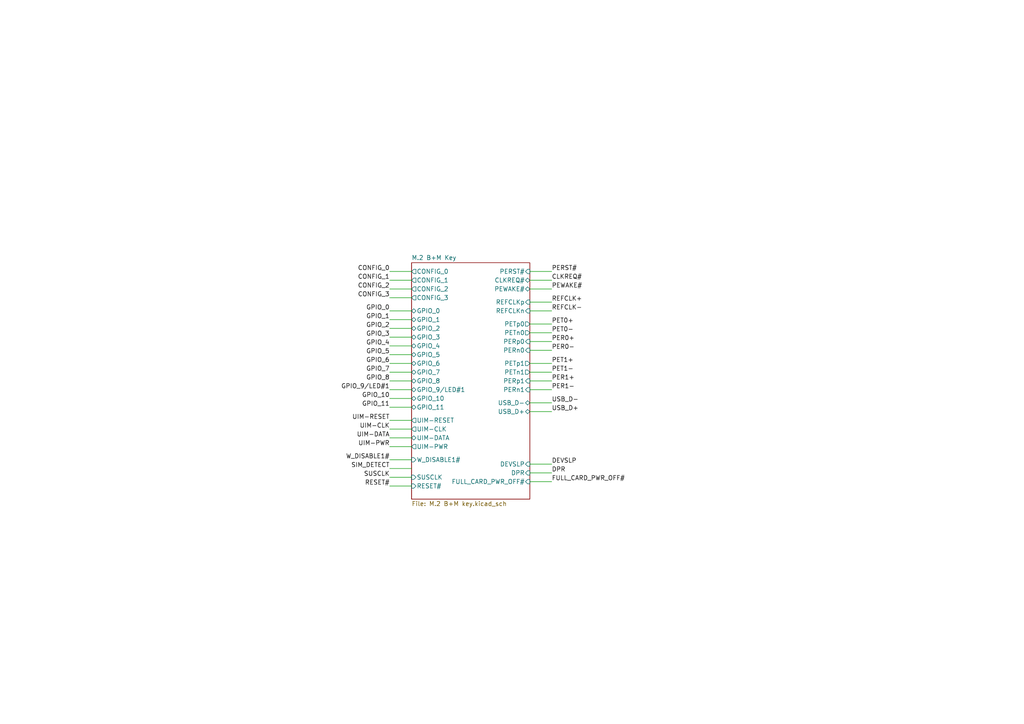
<source format=kicad_sch>
(kicad_sch
	(version 20250114)
	(generator "eeschema")
	(generator_version "9.0")
	(uuid "a237e335-d00c-4750-a072-6582cd3125fb")
	(paper "A4")
	(lib_symbols)
	(wire
		(pts
			(xy 153.67 87.63) (xy 160.02 87.63)
		)
		(stroke
			(width 0)
			(type default)
		)
		(uuid "0632bd8f-0722-439c-b092-0df1f0802dcf")
	)
	(wire
		(pts
			(xy 113.03 138.43) (xy 119.38 138.43)
		)
		(stroke
			(width 0)
			(type default)
		)
		(uuid "07545236-fedf-4ebd-a57c-3319814759ee")
	)
	(wire
		(pts
			(xy 113.03 135.89) (xy 119.38 135.89)
		)
		(stroke
			(width 0)
			(type default)
		)
		(uuid "090380f5-6d92-42dd-a405-4822fb618a0d")
	)
	(wire
		(pts
			(xy 153.67 119.38) (xy 160.02 119.38)
		)
		(stroke
			(width 0)
			(type default)
		)
		(uuid "0a483bd3-9b75-4e34-8962-f5398e0b5fc4")
	)
	(wire
		(pts
			(xy 113.03 124.46) (xy 119.38 124.46)
		)
		(stroke
			(width 0)
			(type default)
		)
		(uuid "0bbccc43-85bb-44e7-9dee-fc989fc6118e")
	)
	(wire
		(pts
			(xy 153.67 90.17) (xy 160.02 90.17)
		)
		(stroke
			(width 0)
			(type default)
		)
		(uuid "173c7ca0-dad5-432d-b8eb-ff6d804a6d63")
	)
	(wire
		(pts
			(xy 113.03 107.95) (xy 119.38 107.95)
		)
		(stroke
			(width 0)
			(type default)
		)
		(uuid "21a07314-d189-4575-9133-fe3d57e833c4")
	)
	(wire
		(pts
			(xy 113.03 78.74) (xy 119.38 78.74)
		)
		(stroke
			(width 0)
			(type default)
		)
		(uuid "21b25e93-2470-4972-b701-1a31970990cb")
	)
	(wire
		(pts
			(xy 153.67 78.74) (xy 160.02 78.74)
		)
		(stroke
			(width 0)
			(type default)
		)
		(uuid "2aee018f-f6d3-429c-8e67-5d70c30369e2")
	)
	(wire
		(pts
			(xy 153.67 101.6) (xy 160.02 101.6)
		)
		(stroke
			(width 0)
			(type default)
		)
		(uuid "2b7ae56f-4eed-41ce-af63-8415f0049ac6")
	)
	(wire
		(pts
			(xy 153.67 96.52) (xy 160.02 96.52)
		)
		(stroke
			(width 0)
			(type default)
		)
		(uuid "38fa8ec7-47e1-438f-a79b-e828840491ca")
	)
	(wire
		(pts
			(xy 113.03 113.03) (xy 119.38 113.03)
		)
		(stroke
			(width 0)
			(type default)
		)
		(uuid "3d7555fe-6742-4669-9f01-94ced60a3a08")
	)
	(wire
		(pts
			(xy 113.03 100.33) (xy 119.38 100.33)
		)
		(stroke
			(width 0)
			(type default)
		)
		(uuid "424d433b-2441-47a4-a5c0-b9930f48e344")
	)
	(wire
		(pts
			(xy 113.03 105.41) (xy 119.38 105.41)
		)
		(stroke
			(width 0)
			(type default)
		)
		(uuid "443a6452-9539-4068-b5ea-7d1e016c4b2e")
	)
	(wire
		(pts
			(xy 153.67 134.62) (xy 160.02 134.62)
		)
		(stroke
			(width 0)
			(type default)
		)
		(uuid "47d3608f-544d-496b-abbe-f598e121efaa")
	)
	(wire
		(pts
			(xy 153.67 110.49) (xy 160.02 110.49)
		)
		(stroke
			(width 0)
			(type default)
		)
		(uuid "4c95c0b5-49c9-49e7-97af-b27ddf41a31c")
	)
	(wire
		(pts
			(xy 153.67 83.82) (xy 160.02 83.82)
		)
		(stroke
			(width 0)
			(type default)
		)
		(uuid "5523a9c7-4c56-4bc0-a962-339e03911a85")
	)
	(wire
		(pts
			(xy 113.03 129.54) (xy 119.38 129.54)
		)
		(stroke
			(width 0)
			(type default)
		)
		(uuid "57481a54-cff9-41a4-8aab-7797cc862a0b")
	)
	(wire
		(pts
			(xy 113.03 140.97) (xy 119.38 140.97)
		)
		(stroke
			(width 0)
			(type default)
		)
		(uuid "5eac5ad1-7c08-4405-96f0-e1ec43dee81a")
	)
	(wire
		(pts
			(xy 113.03 86.36) (xy 119.38 86.36)
		)
		(stroke
			(width 0)
			(type default)
		)
		(uuid "68e16999-10d3-483d-b4d8-44b9a30ee5a1")
	)
	(wire
		(pts
			(xy 113.03 90.17) (xy 119.38 90.17)
		)
		(stroke
			(width 0)
			(type default)
		)
		(uuid "6c9b8f72-b39e-4295-b17f-f685f0a85567")
	)
	(wire
		(pts
			(xy 153.67 113.03) (xy 160.02 113.03)
		)
		(stroke
			(width 0)
			(type default)
		)
		(uuid "6cba0d1a-b25e-486b-a8ff-1fe6de89cab9")
	)
	(wire
		(pts
			(xy 113.03 81.28) (xy 119.38 81.28)
		)
		(stroke
			(width 0)
			(type default)
		)
		(uuid "6fa791e8-7a96-44e3-b0db-0011998dc035")
	)
	(wire
		(pts
			(xy 113.03 83.82) (xy 119.38 83.82)
		)
		(stroke
			(width 0)
			(type default)
		)
		(uuid "7e01ad3e-1bda-40fb-bb15-a49713d02ad7")
	)
	(wire
		(pts
			(xy 153.67 99.06) (xy 160.02 99.06)
		)
		(stroke
			(width 0)
			(type default)
		)
		(uuid "83f9d51e-93d0-4ffc-bca9-aae9ea205f53")
	)
	(wire
		(pts
			(xy 153.67 107.95) (xy 160.02 107.95)
		)
		(stroke
			(width 0)
			(type default)
		)
		(uuid "8e3502b5-a9dd-45bb-8ee8-bb568a9dd73a")
	)
	(wire
		(pts
			(xy 113.03 127) (xy 119.38 127)
		)
		(stroke
			(width 0)
			(type default)
		)
		(uuid "9562398f-5476-49f9-a4d7-f57d84636356")
	)
	(wire
		(pts
			(xy 113.03 115.57) (xy 119.38 115.57)
		)
		(stroke
			(width 0)
			(type default)
		)
		(uuid "9b495226-dcd4-45f8-89b0-f5e10a30f2dc")
	)
	(wire
		(pts
			(xy 153.67 105.41) (xy 160.02 105.41)
		)
		(stroke
			(width 0)
			(type default)
		)
		(uuid "a3a12fe1-b894-4cc9-a462-17f487c01f2a")
	)
	(wire
		(pts
			(xy 113.03 133.35) (xy 119.38 133.35)
		)
		(stroke
			(width 0)
			(type default)
		)
		(uuid "a510e355-563e-4af0-8aeb-5992ee9c661f")
	)
	(wire
		(pts
			(xy 153.67 81.28) (xy 160.02 81.28)
		)
		(stroke
			(width 0)
			(type default)
		)
		(uuid "a61f22e5-c412-4033-9978-69add8e448de")
	)
	(wire
		(pts
			(xy 113.03 118.11) (xy 119.38 118.11)
		)
		(stroke
			(width 0)
			(type default)
		)
		(uuid "a882ae59-a168-4429-844a-2d8ecf31b3d4")
	)
	(wire
		(pts
			(xy 113.03 121.92) (xy 119.38 121.92)
		)
		(stroke
			(width 0)
			(type default)
		)
		(uuid "a91c3221-010e-439e-9a2e-c265e4c8ff21")
	)
	(wire
		(pts
			(xy 153.67 139.7) (xy 160.02 139.7)
		)
		(stroke
			(width 0)
			(type default)
		)
		(uuid "abff3164-e806-4af1-8adf-79ef68855d1b")
	)
	(wire
		(pts
			(xy 153.67 93.98) (xy 160.02 93.98)
		)
		(stroke
			(width 0)
			(type default)
		)
		(uuid "b5625fec-31e3-4638-b45e-19e51edfdd87")
	)
	(wire
		(pts
			(xy 153.67 116.84) (xy 160.02 116.84)
		)
		(stroke
			(width 0)
			(type default)
		)
		(uuid "b6856a89-f75e-4405-ab1c-4bd28dbc3707")
	)
	(wire
		(pts
			(xy 113.03 95.25) (xy 119.38 95.25)
		)
		(stroke
			(width 0)
			(type default)
		)
		(uuid "c1274078-8260-4868-9452-448876e1bcb2")
	)
	(wire
		(pts
			(xy 113.03 92.71) (xy 119.38 92.71)
		)
		(stroke
			(width 0)
			(type default)
		)
		(uuid "c2df6a6c-660b-4e64-8ab3-abc971d17a73")
	)
	(wire
		(pts
			(xy 153.67 137.16) (xy 160.02 137.16)
		)
		(stroke
			(width 0)
			(type default)
		)
		(uuid "de0d19f2-53d1-4752-8684-a3902516ea25")
	)
	(wire
		(pts
			(xy 113.03 97.79) (xy 119.38 97.79)
		)
		(stroke
			(width 0)
			(type default)
		)
		(uuid "e60bc1d5-16bc-43a3-abed-fe65488f4686")
	)
	(wire
		(pts
			(xy 113.03 102.87) (xy 119.38 102.87)
		)
		(stroke
			(width 0)
			(type default)
		)
		(uuid "e7286384-da3b-46a0-943f-3b18d5475021")
	)
	(wire
		(pts
			(xy 113.03 110.49) (xy 119.38 110.49)
		)
		(stroke
			(width 0)
			(type default)
		)
		(uuid "fb3e3eb9-37f7-426c-9b66-3b3201f1f450")
	)
	(label "UIM-DATA"
		(at 113.03 127 180)
		(effects
			(font
				(size 1.27 1.27)
			)
			(justify right bottom)
		)
		(uuid "03e3f31c-3d7c-402e-bb25-5917c6369f6e")
	)
	(label "GPIO_3"
		(at 113.03 97.79 180)
		(effects
			(font
				(size 1.27 1.27)
			)
			(justify right bottom)
		)
		(uuid "0ee80b1e-3e27-42e6-9aec-3a229d74f23e")
	)
	(label "USB_D-"
		(at 160.02 116.84 0)
		(effects
			(font
				(size 1.27 1.27)
			)
			(justify left bottom)
		)
		(uuid "102768f0-b7e3-4cfd-a86a-f7c62f2c84de")
	)
	(label "PERST#"
		(at 160.02 78.74 0)
		(effects
			(font
				(size 1.27 1.27)
			)
			(justify left bottom)
		)
		(uuid "10ec5c50-521d-4508-9c78-ac9efa2ed243")
	)
	(label "PET0+"
		(at 160.02 93.98 0)
		(effects
			(font
				(size 1.27 1.27)
			)
			(justify left bottom)
		)
		(uuid "140db6a1-2fdc-4bf6-8ff4-7cfb296c21de")
	)
	(label "RESET#"
		(at 113.03 140.97 180)
		(effects
			(font
				(size 1.27 1.27)
			)
			(justify right bottom)
		)
		(uuid "1889f50a-937e-4aa5-8bf6-ba0a33ed8a4c")
	)
	(label "PER0-"
		(at 160.02 101.6 0)
		(effects
			(font
				(size 1.27 1.27)
			)
			(justify left bottom)
		)
		(uuid "1d289cad-eb03-4a2e-be2e-d81620852818")
	)
	(label "GPIO_11"
		(at 113.03 118.11 180)
		(effects
			(font
				(size 1.27 1.27)
			)
			(justify right bottom)
		)
		(uuid "1e866b14-004c-4def-891d-fd216a9e0f1d")
	)
	(label "CONFIG_3"
		(at 113.03 86.36 180)
		(effects
			(font
				(size 1.27 1.27)
			)
			(justify right bottom)
		)
		(uuid "22dcbb16-c651-417d-9b45-f074a72ca3bd")
	)
	(label "GPIO_0"
		(at 113.03 90.17 180)
		(effects
			(font
				(size 1.27 1.27)
			)
			(justify right bottom)
		)
		(uuid "2d97eea7-3744-4f4d-8095-d9d33af3ac42")
	)
	(label "UIM-CLK"
		(at 113.03 124.46 180)
		(effects
			(font
				(size 1.27 1.27)
			)
			(justify right bottom)
		)
		(uuid "31b1e85b-9fd6-4592-a020-fa6efda8aa3e")
	)
	(label "UIM-RESET"
		(at 113.03 121.92 180)
		(effects
			(font
				(size 1.27 1.27)
			)
			(justify right bottom)
		)
		(uuid "36ed7426-b267-4401-bcc1-ae04a22cb689")
	)
	(label "PET1-"
		(at 160.02 107.95 0)
		(effects
			(font
				(size 1.27 1.27)
			)
			(justify left bottom)
		)
		(uuid "40ba4aaa-d759-4651-8638-7dd7ae6dd3c7")
	)
	(label "PER1+"
		(at 160.02 110.49 0)
		(effects
			(font
				(size 1.27 1.27)
			)
			(justify left bottom)
		)
		(uuid "42e4585d-4444-485a-aabd-688806918404")
	)
	(label "CONFIG_0"
		(at 113.03 78.74 180)
		(effects
			(font
				(size 1.27 1.27)
			)
			(justify right bottom)
		)
		(uuid "4571f459-5096-414e-8ae9-97fb5dd45c62")
	)
	(label "DEVSLP"
		(at 160.02 134.62 0)
		(effects
			(font
				(size 1.27 1.27)
			)
			(justify left bottom)
		)
		(uuid "4948d19f-4419-4a30-920b-7b1fafc81e1d")
	)
	(label "GPIO_8"
		(at 113.03 110.49 180)
		(effects
			(font
				(size 1.27 1.27)
			)
			(justify right bottom)
		)
		(uuid "4be4af36-3e8d-4306-b902-e21f20d23dbb")
	)
	(label "USB_D+"
		(at 160.02 119.38 0)
		(effects
			(font
				(size 1.27 1.27)
			)
			(justify left bottom)
		)
		(uuid "4c4a935f-c096-4d26-9444-9de3b5f7352e")
	)
	(label "CONFIG_1"
		(at 113.03 81.28 180)
		(effects
			(font
				(size 1.27 1.27)
			)
			(justify right bottom)
		)
		(uuid "4c5d4bec-5be5-4126-866a-9c31b3e171fa")
	)
	(label "FULL_CARD_PWR_OFF#"
		(at 160.02 139.7 0)
		(effects
			(font
				(size 1.27 1.27)
			)
			(justify left bottom)
		)
		(uuid "5ed4c5ea-da06-4a0c-980d-cad3f74c9c41")
	)
	(label "W_DISABLE1#"
		(at 113.03 133.35 180)
		(effects
			(font
				(size 1.27 1.27)
			)
			(justify right bottom)
		)
		(uuid "692cbc1a-9211-48cf-b1ef-dc73eae8b01f")
	)
	(label "GPIO_2"
		(at 113.03 95.25 180)
		(effects
			(font
				(size 1.27 1.27)
			)
			(justify right bottom)
		)
		(uuid "69bdcef9-faf5-4f2b-b50b-1774a2d7c449")
	)
	(label "SUSCLK"
		(at 113.03 138.43 180)
		(effects
			(font
				(size 1.27 1.27)
			)
			(justify right bottom)
		)
		(uuid "6ae1b285-cd39-4706-902b-01a8952a3406")
	)
	(label "PET1+"
		(at 160.02 105.41 0)
		(effects
			(font
				(size 1.27 1.27)
			)
			(justify left bottom)
		)
		(uuid "71e701b5-7c58-4212-a6bf-3aec784bceb0")
	)
	(label "PEWAKE#"
		(at 160.02 83.82 0)
		(effects
			(font
				(size 1.27 1.27)
			)
			(justify left bottom)
		)
		(uuid "7256fb56-7fd8-46a4-ae2c-387e3411aee3")
	)
	(label "GPIO_10"
		(at 113.03 115.57 180)
		(effects
			(font
				(size 1.27 1.27)
			)
			(justify right bottom)
		)
		(uuid "75c7dc80-25cb-4f8a-8266-42dc3b25a99c")
	)
	(label "GPIO_6"
		(at 113.03 105.41 180)
		(effects
			(font
				(size 1.27 1.27)
			)
			(justify right bottom)
		)
		(uuid "7636dd8b-a788-46db-aed7-7f9acc6b5c4f")
	)
	(label "UIM-PWR"
		(at 113.03 129.54 180)
		(effects
			(font
				(size 1.27 1.27)
			)
			(justify right bottom)
		)
		(uuid "7f45e626-1a17-408c-8da4-b4899131b683")
	)
	(label "PET0-"
		(at 160.02 96.52 0)
		(effects
			(font
				(size 1.27 1.27)
			)
			(justify left bottom)
		)
		(uuid "862529b8-c694-43ef-8acb-c3740a84fdc3")
	)
	(label "REFCLK-"
		(at 160.02 90.17 0)
		(effects
			(font
				(size 1.27 1.27)
			)
			(justify left bottom)
		)
		(uuid "8b5cab07-0403-4d74-b126-15d4b0a61714")
	)
	(label "GPIO_9{slash}LED#1"
		(at 113.03 113.03 180)
		(effects
			(font
				(size 1.27 1.27)
			)
			(justify right bottom)
		)
		(uuid "90732540-395e-4cfa-9bcb-b5f4d7f60325")
	)
	(label "CLKREQ#"
		(at 160.02 81.28 0)
		(effects
			(font
				(size 1.27 1.27)
			)
			(justify left bottom)
		)
		(uuid "98f5f117-b99c-46df-982f-712cd4e63148")
	)
	(label "DPR"
		(at 160.02 137.16 0)
		(effects
			(font
				(size 1.27 1.27)
			)
			(justify left bottom)
		)
		(uuid "9ba4cb5d-e7d6-479c-a918-d0e23fdcb642")
	)
	(label "PER0+"
		(at 160.02 99.06 0)
		(effects
			(font
				(size 1.27 1.27)
			)
			(justify left bottom)
		)
		(uuid "aa75c691-f19a-4277-a412-69d11c99a5a8")
	)
	(label "REFCLK+"
		(at 160.02 87.63 0)
		(effects
			(font
				(size 1.27 1.27)
			)
			(justify left bottom)
		)
		(uuid "bfe123f0-2d09-446b-a587-68db62403066")
	)
	(label "GPIO_1"
		(at 113.03 92.71 180)
		(effects
			(font
				(size 1.27 1.27)
			)
			(justify right bottom)
		)
		(uuid "ca1cc40e-6bfa-4da1-90c9-26fdb56bd0ca")
	)
	(label "GPIO_4"
		(at 113.03 100.33 180)
		(effects
			(font
				(size 1.27 1.27)
			)
			(justify right bottom)
		)
		(uuid "d6c987e0-bff0-4b64-9017-60cc03f1b146")
	)
	(label "GPIO_5"
		(at 113.03 102.87 180)
		(effects
			(font
				(size 1.27 1.27)
			)
			(justify right bottom)
		)
		(uuid "d78e23e0-73bf-4ae7-ae69-13598ebfbe33")
	)
	(label "GPIO_7"
		(at 113.03 107.95 180)
		(effects
			(font
				(size 1.27 1.27)
			)
			(justify right bottom)
		)
		(uuid "ec8143ee-bb5a-45bb-b9dd-f295f83fd948")
	)
	(label "PER1-"
		(at 160.02 113.03 0)
		(effects
			(font
				(size 1.27 1.27)
			)
			(justify left bottom)
		)
		(uuid "ec9479ba-0dd5-407b-b352-0a2e103ba85e")
	)
	(label "CONFIG_2"
		(at 113.03 83.82 180)
		(effects
			(font
				(size 1.27 1.27)
			)
			(justify right bottom)
		)
		(uuid "f42341f6-490d-407e-96a7-712a3bcb6c67")
	)
	(label "SIM_DETECT"
		(at 113.03 135.89 180)
		(effects
			(font
				(size 1.27 1.27)
			)
			(justify right bottom)
		)
		(uuid "f930d774-c411-4917-9775-c02e6884e890")
	)
	(sheet
		(at 119.38 76.2)
		(size 34.29 68.58)
		(exclude_from_sim no)
		(in_bom yes)
		(on_board yes)
		(dnp no)
		(fields_autoplaced yes)
		(stroke
			(width 0.1524)
			(type solid)
		)
		(fill
			(color 0 0 0 0.0000)
		)
		(uuid "2543d8f5-6a71-4624-8bbc-11852c8372b1")
		(property "Sheetname" "M.2 B+M Key"
			(at 119.38 75.4884 0)
			(effects
				(font
					(size 1.27 1.27)
				)
				(justify left bottom)
			)
		)
		(property "Sheetfile" "M.2 B+M key.kicad_sch"
			(at 119.38 145.3646 0)
			(effects
				(font
					(size 1.27 1.27)
				)
				(justify left top)
			)
		)
		(pin "GPIO_9/LED#1" bidirectional
			(at 119.38 113.03 180)
			(uuid "4fe42c53-0afe-4f95-9b6c-d8a98cdd08fa")
			(effects
				(font
					(size 1.27 1.27)
				)
				(justify left)
			)
		)
		(pin "GPIO_0" bidirectional
			(at 119.38 90.17 180)
			(uuid "589944e6-01f5-4f71-b43a-9a4e8c71593f")
			(effects
				(font
					(size 1.27 1.27)
				)
				(justify left)
			)
		)
		(pin "UIM-RESET" output
			(at 119.38 121.92 180)
			(uuid "06d0cc66-7899-437a-bdb8-3176caff013b")
			(effects
				(font
					(size 1.27 1.27)
				)
				(justify left)
			)
		)
		(pin "UIM-DATA" bidirectional
			(at 119.38 127 180)
			(uuid "95af96d1-4bcc-4c55-9113-59593047b103")
			(effects
				(font
					(size 1.27 1.27)
				)
				(justify left)
			)
		)
		(pin "GPIO_3" bidirectional
			(at 119.38 97.79 180)
			(uuid "658e5d36-2d56-48f3-975e-0173b9774bb6")
			(effects
				(font
					(size 1.27 1.27)
				)
				(justify left)
			)
		)
		(pin "GPIO_5" bidirectional
			(at 119.38 102.87 180)
			(uuid "a8e91363-5c61-42f0-a434-b03699247a4c")
			(effects
				(font
					(size 1.27 1.27)
				)
				(justify left)
			)
		)
		(pin "CONFIG_1" output
			(at 119.38 81.28 180)
			(uuid "40a3ef90-ef78-4644-b237-2dad8ecffffe")
			(effects
				(font
					(size 1.27 1.27)
				)
				(justify left)
			)
		)
		(pin "CONFIG_2" output
			(at 119.38 83.82 180)
			(uuid "4b011e77-14a8-418a-abcf-448e015c70f2")
			(effects
				(font
					(size 1.27 1.27)
				)
				(justify left)
			)
		)
		(pin "PERn1" input
			(at 153.67 113.03 0)
			(uuid "30d4e728-4edf-452c-a9ab-9e2dc664a5e0")
			(effects
				(font
					(size 1.27 1.27)
				)
				(justify right)
			)
		)
		(pin "PETn1" output
			(at 153.67 107.95 0)
			(uuid "14e5a3f1-b4a0-45c5-8d28-45ba831041d2")
			(effects
				(font
					(size 1.27 1.27)
				)
				(justify right)
			)
		)
		(pin "DPR" input
			(at 153.67 137.16 0)
			(uuid "b9e4024c-cf59-4ed6-8ead-fc0e4a314b00")
			(effects
				(font
					(size 1.27 1.27)
				)
				(justify right)
			)
		)
		(pin "GPIO_10" bidirectional
			(at 119.38 115.57 180)
			(uuid "aea0ab23-4b0e-4e0f-9feb-21ab0418004b")
			(effects
				(font
					(size 1.27 1.27)
				)
				(justify left)
			)
		)
		(pin "UIM-PWR" output
			(at 119.38 129.54 180)
			(uuid "ab42dc36-90f9-435c-a787-82f4aa3f2e36")
			(effects
				(font
					(size 1.27 1.27)
				)
				(justify left)
			)
		)
		(pin "GPIO_7" bidirectional
			(at 119.38 107.95 180)
			(uuid "9d3510b9-4648-4550-9fe5-fb6d23eb97e5")
			(effects
				(font
					(size 1.27 1.27)
				)
				(justify left)
			)
		)
		(pin "REFCLKp" input
			(at 153.67 87.63 0)
			(uuid "e6a43eab-fc8e-4d01-bd4d-fb9f005ab6bd")
			(effects
				(font
					(size 1.27 1.27)
				)
				(justify right)
			)
		)
		(pin "DEVSLP" input
			(at 153.67 134.62 0)
			(uuid "3c5b0c08-c5cc-4e99-b1c3-60721230d715")
			(effects
				(font
					(size 1.27 1.27)
				)
				(justify right)
			)
		)
		(pin "PERn0" input
			(at 153.67 101.6 0)
			(uuid "19a5ff38-caa2-4e92-aa70-941b015708ae")
			(effects
				(font
					(size 1.27 1.27)
				)
				(justify right)
			)
		)
		(pin "GPIO_1" bidirectional
			(at 119.38 92.71 180)
			(uuid "ad8f96c0-78eb-4cac-ba5e-ae20657b896e")
			(effects
				(font
					(size 1.27 1.27)
				)
				(justify left)
			)
		)
		(pin "GPIO_4" bidirectional
			(at 119.38 100.33 180)
			(uuid "e700c885-fa24-46cc-b5bf-0eac40a93bbb")
			(effects
				(font
					(size 1.27 1.27)
				)
				(justify left)
			)
		)
		(pin "PETp0" output
			(at 153.67 93.98 0)
			(uuid "2e380d8a-f6d3-4492-8ff6-8901873d82ef")
			(effects
				(font
					(size 1.27 1.27)
				)
				(justify right)
			)
		)
		(pin "CONFIG_0" output
			(at 119.38 78.74 180)
			(uuid "1bb6de96-742b-4e52-92ba-ae8669073bd6")
			(effects
				(font
					(size 1.27 1.27)
				)
				(justify left)
			)
		)
		(pin "PERp0" input
			(at 153.67 99.06 0)
			(uuid "da506a99-fa12-4216-9de8-99eef227d663")
			(effects
				(font
					(size 1.27 1.27)
				)
				(justify right)
			)
		)
		(pin "PETn0" output
			(at 153.67 96.52 0)
			(uuid "de8ef5a4-f1dc-498d-af74-4c84873a028c")
			(effects
				(font
					(size 1.27 1.27)
				)
				(justify right)
			)
		)
		(pin "REFCLKn" input
			(at 153.67 90.17 0)
			(uuid "d7904fff-036c-421a-9b3e-b1dbaa228e93")
			(effects
				(font
					(size 1.27 1.27)
				)
				(justify right)
			)
		)
		(pin "SUSCLK" input
			(at 119.38 138.43 180)
			(uuid "ef3fee0e-a562-450d-9792-1430b225f190")
			(effects
				(font
					(size 1.27 1.27)
				)
				(justify left)
			)
		)
		(pin "PETp1" output
			(at 153.67 105.41 0)
			(uuid "2680651d-cf9b-4754-8d27-034f96db1570")
			(effects
				(font
					(size 1.27 1.27)
				)
				(justify right)
			)
		)
		(pin "USB_D+" bidirectional
			(at 153.67 119.38 0)
			(uuid "dd88fa2c-1a21-4d9d-a3c9-dff866f12613")
			(effects
				(font
					(size 1.27 1.27)
				)
				(justify right)
			)
		)
		(pin "FULL_CARD_PWR_OFF#" input
			(at 153.67 139.7 0)
			(uuid "35ca6783-5806-437d-b4de-0eacdb452d9a")
			(effects
				(font
					(size 1.27 1.27)
				)
				(justify right)
			)
		)
		(pin "GPIO_8" bidirectional
			(at 119.38 110.49 180)
			(uuid "943f2f49-503e-4238-9473-b966004aaec1")
			(effects
				(font
					(size 1.27 1.27)
				)
				(justify left)
			)
		)
		(pin "W_DISABLE1#" input
			(at 119.38 133.35 180)
			(uuid "5a82d64a-2455-406d-ba5a-ccd96d67f97e")
			(effects
				(font
					(size 1.27 1.27)
				)
				(justify left)
			)
		)
		(pin "USB_D-" bidirectional
			(at 153.67 116.84 0)
			(uuid "8313a256-071e-410a-98bc-1d9007e8ca5e")
			(effects
				(font
					(size 1.27 1.27)
				)
				(justify right)
			)
		)
		(pin "PERp1" input
			(at 153.67 110.49 0)
			(uuid "ad2adc62-36e1-449b-ac98-e6c8227a5216")
			(effects
				(font
					(size 1.27 1.27)
				)
				(justify right)
			)
		)
		(pin "GPIO_2" bidirectional
			(at 119.38 95.25 180)
			(uuid "08df08e4-9ac2-4082-ac0a-425ad1db9f76")
			(effects
				(font
					(size 1.27 1.27)
				)
				(justify left)
			)
		)
		(pin "RESET#" input
			(at 119.38 140.97 180)
			(uuid "138bdbd0-e8ac-43a8-aa50-d7e930cefa00")
			(effects
				(font
					(size 1.27 1.27)
				)
				(justify left)
			)
		)
		(pin "PERST#" input
			(at 153.67 78.74 0)
			(uuid "96419648-5b63-4b65-8f0e-31d6a55c1eaa")
			(effects
				(font
					(size 1.27 1.27)
				)
				(justify right)
			)
		)
		(pin "CONFIG_3" output
			(at 119.38 86.36 180)
			(uuid "183fefea-179d-43ec-beee-637e3095034c")
			(effects
				(font
					(size 1.27 1.27)
				)
				(justify left)
			)
		)
		(pin "GPIO_11" bidirectional
			(at 119.38 118.11 180)
			(uuid "0acc2778-c0b0-42ee-8500-2cf1fc4e1ae3")
			(effects
				(font
					(size 1.27 1.27)
				)
				(justify left)
			)
		)
		(pin "UIM-CLK" output
			(at 119.38 124.46 180)
			(uuid "0c41d683-4ed9-4584-b82c-3ae057e878f2")
			(effects
				(font
					(size 1.27 1.27)
				)
				(justify left)
			)
		)
		(pin "PEWAKE#" bidirectional
			(at 153.67 83.82 0)
			(uuid "6c984bc7-bf9c-4dd0-a27a-b71bca2b98c2")
			(effects
				(font
					(size 1.27 1.27)
				)
				(justify right)
			)
		)
		(pin "CLKREQ#" bidirectional
			(at 153.67 81.28 0)
			(uuid "9d0037c5-a603-4c12-8ed6-9da65463fcad")
			(effects
				(font
					(size 1.27 1.27)
				)
				(justify right)
			)
		)
		(pin "GPIO_6" bidirectional
			(at 119.38 105.41 180)
			(uuid "dbaa07ff-679c-4265-829b-cb0d3b4522a3")
			(effects
				(font
					(size 1.27 1.27)
				)
				(justify left)
			)
		)
		(instances
			(project "M.2 B+M Key 22110"
				(path "/a237e335-d00c-4750-a072-6582cd3125fb"
					(page "2")
				)
			)
		)
	)
	(sheet_instances
		(path "/"
			(page "1")
		)
	)
	(embedded_fonts no)
)

</source>
